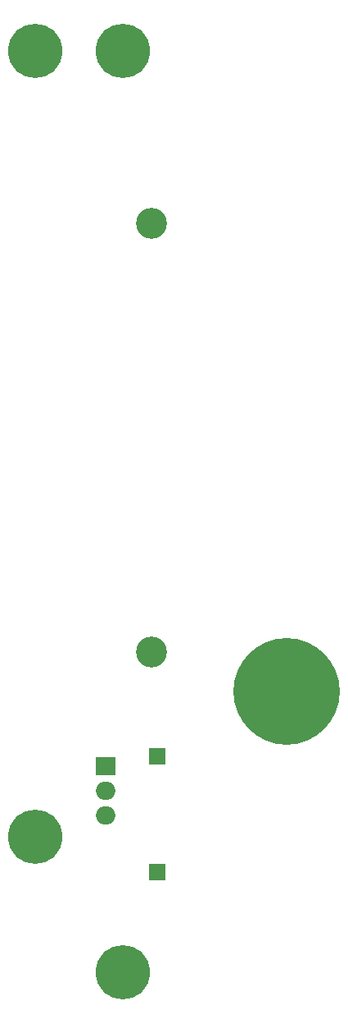
<source format=gbr>
%TF.GenerationSoftware,KiCad,Pcbnew,9.0.2*%
%TF.CreationDate,2026-01-15T18:41:09+07:00*%
%TF.ProjectId,PrechResv2,50726563-6852-4657-9376-322e6b696361,rev?*%
%TF.SameCoordinates,Original*%
%TF.FileFunction,Soldermask,Bot*%
%TF.FilePolarity,Negative*%
%FSLAX46Y46*%
G04 Gerber Fmt 4.6, Leading zero omitted, Abs format (unit mm)*
G04 Created by KiCad (PCBNEW 9.0.2) date 2026-01-15 18:41:09*
%MOMM*%
%LPD*%
G01*
G04 APERTURE LIST*
%ADD10C,3.200000*%
%ADD11R,2.000000X1.905000*%
%ADD12O,2.000000X1.905000*%
%ADD13R,1.700000X1.700000*%
%ADD14C,5.600000*%
%ADD15C,11.000000*%
G04 APERTURE END LIST*
D10*
%TO.C,H1*%
X78000000Y-47793961D03*
%TD*%
D11*
%TO.C,Q1*%
X73250000Y-103710000D03*
D12*
X73250000Y-106250000D03*
X73250000Y-108790000D03*
%TD*%
D13*
%TO.C,J2*%
X78555907Y-102679211D03*
%TD*%
D14*
%TO.C,H7*%
X66000000Y-111000000D03*
%TD*%
D13*
%TO.C,J1*%
X78564151Y-114679411D03*
%TD*%
D15*
%TO.C,H4*%
X92000000Y-96000000D03*
%TD*%
D14*
%TO.C,H6*%
X66000000Y-30000000D03*
%TD*%
%TO.C,H3*%
X75000000Y-125000000D03*
%TD*%
%TO.C,H2*%
X75000000Y-30000000D03*
%TD*%
D10*
%TO.C,H5*%
X78000000Y-92000000D03*
%TD*%
M02*

</source>
